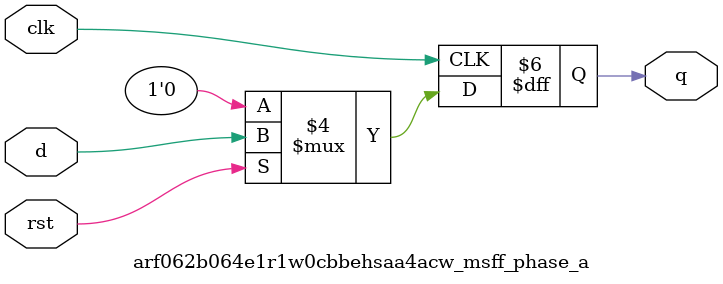
<source format=sv>
`ifndef ARF062B064E1R1W0CBBEHSAA4ACW_MSFF_PHASE_A_SV
`define ARF062B064E1R1W0CBBEHSAA4ACW_MSFF_PHASE_A_SV

module arf062b064e1r1w0cbbehsaa4acw_msff_phase_a #
(
  parameter DWIDTH = 1
)
(
  input  logic [DWIDTH-1:0] d,
  input  logic clk,
  input  logic rst,
  output logic [DWIDTH-1:0] q
);

always_ff @ (posedge clk) begin
  if (~rst) begin
    q <= '0;
  end
  else begin
    q <= d;
  end
end

endmodule // arf062b064e1r1w0cbbehsaa4acw_msff_phase_a

`endif // ARF062B064E1R1W0CBBEHSAA4ACW_MSFF_PHASE_A_SV
</source>
